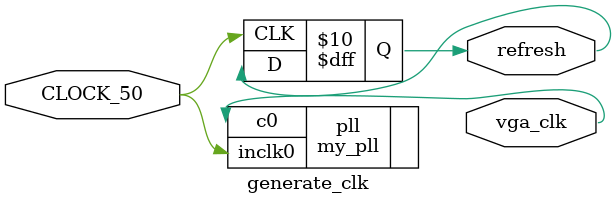
<source format=v>
module generate_clk
(
	input CLOCK_50,
	output vga_clk,
	output reg refresh
);

/*
generate_clk gen
(
	.CLOCK_50			(),
	.vga_clk				(),
	.refresh				()
);
*/

reg[9:0] counter = 0;

my_pll pll
(
	.inclk0(CLOCK_50),
	.c0(vga_clk)
);

always @(posedge CLOCK_50)
begin
	counter <= counter + 1;
	if(counter == 1000000)
	begin
		refresh <= ~refresh;
		counter <= 0;
	end
end 

endmodule
</source>
